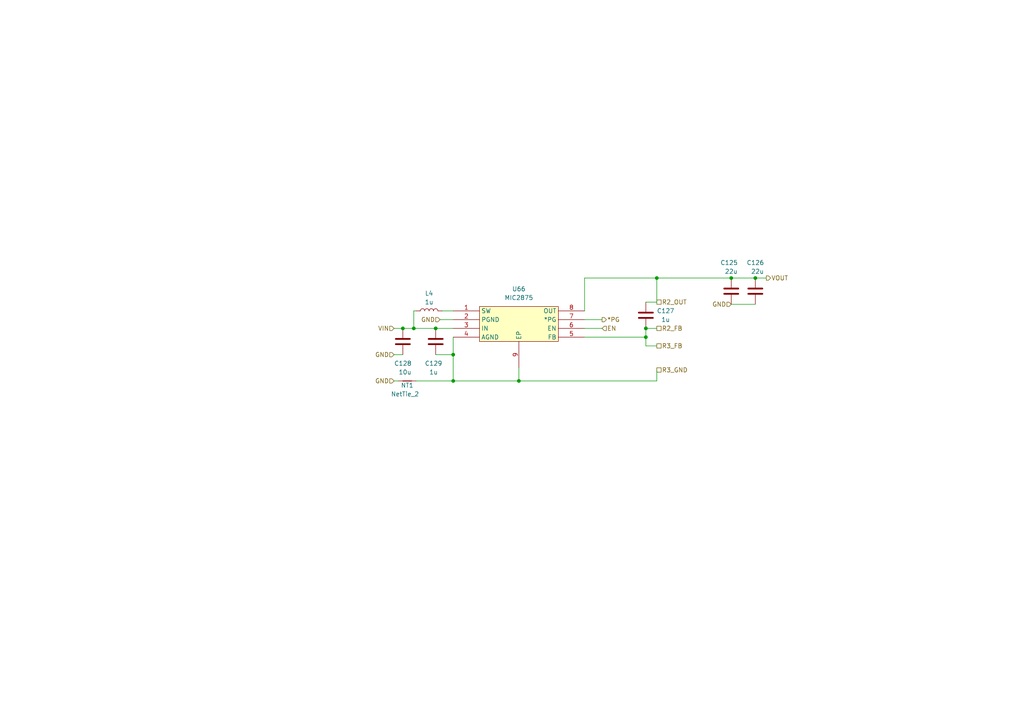
<source format=kicad_sch>
(kicad_sch (version 20231120) (generator "eeschema") (generator_version "8.0")
  (paper "A4")
  (lib_symbols
    (symbol "Device:C" (pin_numbers hide) (pin_names (offset 0.254))
      (property "Reference" "C" (at 0.635 2.54 0))
      (property "Value" "C" (at 0.635 -2.54 0))
      (symbol "C_0_1"
        (polyline (pts (xy -2.032 -0.762) (xy 2.032 -0.762)) (stroke (width 0.508)))
        (polyline (pts (xy -2.032 0.762) (xy 2.032 0.762)) (stroke (width 0.508)))
      )
      (symbol "C_1_1"
        (pin passive line (at 0 3.81 270) (length 2.794) (name "~") (number "1"))
        (pin passive line (at 0 -3.81 90) (length 2.794) (name "~") (number "2"))
      )
    )
    (symbol "Device:L" (pin_numbers hide) (pin_names (offset 1.016) hide)
      (property "Reference" "L" (at -1.27 0 90))
      (property "Value" "L" (at 1.905 0 90))
      (symbol "L_0_1"
        (arc (start 0 -2.54) (mid 0.6323 -1.905) (end 0 -1.27))
        (arc (start 0 -1.27) (mid 0.6323 -0.635) (end 0 0))
        (arc (start 0 0) (mid 0.6323 0.635) (end 0 1.27))
        (arc (start 0 1.27) (mid 0.6323 1.905) (end 0 2.54))
      )
      (symbol "L_1_1"
        (pin passive line (at 0 3.81 270) (length 1.27) (name "1") (number "1"))
        (pin passive line (at 0 -3.81 90) (length 1.27) (name "2") (number "2"))
      )
    )
    (symbol "Device:NetTie_2" (pin_numbers hide) (pin_names (offset 0) hide) (in_bom no)
      (property "Reference" "NT" (at 0 1.27 0))
      (property "Value" "NetTie_2" (at 0 -1.27 0))
      (symbol "NetTie_2_0_1"
        (polyline (pts (xy -1.27 0) (xy 1.27 0)) (stroke (width 0.254)))
      )
      (symbol "NetTie_2_1_1"
        (pin passive line (at -2.54 0 0) (length 2.54) (name "1") (number "1"))
        (pin passive line (at 2.54 0 180) (length 2.54) (name "2") (number "2"))
      )
    )
    (symbol "Project:MIC2876_ADJ"
      (property "Reference" "U" (at 8.128 -0.254 0))
      (symbol "MIC2876_ADJ_1_1"
        (rectangle (start -3.81 5.08) (end 19.05 -5.08) (fill (type background)))
        (pin passive line (at -11.43 3.81 0) (length 7.62) (name "SW") (number "1"))
        (pin power_in line (at -11.43 1.27 0) (length 7.62) (name "PGND") (number "2"))
        (pin power_in line (at -11.43 -1.27 0) (length 7.62) (name "IN") (number "3"))
        (pin power_in line (at -11.43 -3.81 0) (length 7.62) (name "AGND") (number "4"))
        (pin passive line (at 26.67 -3.81 180) (length 7.62) (name "FB") (number "5"))
        (pin passive line (at 26.67 -1.27 180) (length 7.62) (name "EN") (number "6"))
        (pin output line (at 26.67 1.27 180) (length 7.62) (name "*PG") (number "7"))
        (pin power_out line (at 26.67 3.81 180) (length 7.62) (name "OUT") (number "8"))
        (pin passive line (at 7.62 -12.7 90) (length 7.62) (name "EP") (number "9"))
      )
    )
  )
  (junction (at 126.365 95.25))
  (junction (at 212.09 80.645))
  (junction (at 190.5 80.645))
  (junction (at 187.325 95.25))
  (junction (at 187.325 97.79))
  (junction (at 150.495 110.49))
  (junction (at 131.445 110.49))
  (junction (at 219.075 80.645))
  (junction (at 131.445 102.87))
  (junction (at 116.84 95.25))
  (junction (at 120.015 95.25))
  (wire (pts (xy 127.635 92.71) (xy 131.445 92.71)))
  (wire (pts (xy 169.545 80.645) (xy 169.545 90.17)))
  (wire (pts (xy 190.5 87.63) (xy 190.5 80.645)))
  (wire (pts (xy 128.27 90.17) (xy 131.445 90.17)))
  (wire (pts (xy 114.3 102.87) (xy 116.84 102.87)))
  (wire (pts (xy 187.325 95.25) (xy 190.5 95.25)))
  (wire (pts (xy 169.545 92.71) (xy 174.625 92.71)))
  (wire (pts (xy 116.84 95.25) (xy 120.015 95.25)))
  (wire (pts (xy 219.075 80.645) (xy 212.09 80.645)))
  (wire (pts (xy 187.325 97.79) (xy 187.325 95.25)))
  (wire (pts (xy 131.445 110.49) (xy 150.495 110.49)))
  (wire (pts (xy 120.65 110.49) (xy 131.445 110.49)))
  (wire (pts (xy 114.3 95.25) (xy 116.84 95.25)))
  (wire (pts (xy 222.25 80.645) (xy 219.075 80.645)))
  (wire (pts (xy 120.015 95.25) (xy 120.015 90.17)))
  (wire (pts (xy 131.445 102.87) (xy 131.445 110.49)))
  (wire (pts (xy 150.495 110.49) (xy 190.5 110.49)))
  (wire (pts (xy 150.495 106.68) (xy 150.495 110.49)))
  (wire (pts (xy 190.5 80.645) (xy 169.545 80.645)))
  (wire (pts (xy 120.015 90.17) (xy 120.65 90.17)))
  (wire (pts (xy 187.325 100.33) (xy 190.5 100.33)))
  (wire (pts (xy 114.3 110.49) (xy 115.57 110.49)))
  (wire (pts (xy 126.365 102.87) (xy 131.445 102.87)))
  (wire (pts (xy 187.325 87.63) (xy 190.5 87.63)))
  (wire (pts (xy 190.5 107.315) (xy 190.5 110.49)))
  (wire (pts (xy 174.625 95.25) (xy 169.545 95.25)))
  (wire (pts (xy 169.545 97.79) (xy 187.325 97.79)))
  (wire (pts (xy 131.445 97.79) (xy 131.445 102.87)))
  (wire (pts (xy 120.015 95.25) (xy 126.365 95.25)))
  (wire (pts (xy 126.365 95.25) (xy 131.445 95.25)))
  (wire (pts (xy 212.09 88.265) (xy 219.075 88.265)))
  (wire (pts (xy 187.325 97.79) (xy 187.325 100.33)))
  (wire (pts (xy 212.09 80.645) (xy 190.5 80.645)))
  (hierarchical_label "GND" (shape input) (at 127.635 92.71 180))
  (hierarchical_label "R2_OUT" (shape passive) (at 190.5 87.63 0))
  (hierarchical_label "VOUT" (shape output) (at 222.25 80.645 0))
  (hierarchical_label "*PG" (shape output) (at 174.625 92.71 0))
  (hierarchical_label "GND" (shape input) (at 114.3 110.49 180))
  (hierarchical_label "R3_GND" (shape passive) (at 190.5 107.315 0))
  (hierarchical_label "EN" (shape input) (at 174.625 95.25 0))
  (hierarchical_label "GND" (shape input) (at 212.09 88.265 180))
  (hierarchical_label "R3_FB" (shape passive) (at 190.5 100.33 0))
  (hierarchical_label "GND" (shape input) (at 114.3 102.87 180))
  (hierarchical_label "VIN" (shape input) (at 114.3 95.25 180))
  (hierarchical_label "R2_FB" (shape passive) (at 190.5 95.25 0))
  (symbol (lib_id "Device:C") (at 187.325 91.44 0) (unit 1)
    (property "Reference" "C127" (at 190.5 90.17 0) (effects (justify left)))
    (property "Value" "1u" (at 191.77 92.71 0) (effects (justify left)))
    (property "Footprint" "Capacitor_SMD:C_0603_1608Metric_Pad1.08x0.95mm_HandSolder" (effects (hide yes)))
    (property "Description" "Unpolarized capacitor" (effects (hide yes)))
  )
  (symbol (lib_id "Device:NetTie_2") (at 118.11 110.49 0) (unit 1) (in_bom no)
    (property "Reference" "NT1" (at 118.11 111.76 0))
    (property "Value" "NetTie_2" (at 117.475 114.3 0))
    (property "Footprint" "Project:NetTie-2_SMD_Pad0.3mm" (effects (hide yes)))
    (property "Description" "Net tie, 2 pins" (effects (hide yes)))
  )
  (symbol (lib_id "Device:C") (at 219.075 84.455 0) (unit 1)
    (property "Reference" "C126" (at 216.535 76.2 0) (effects (justify left)))
    (property "Value" "22u" (at 217.805 78.74 0) (effects (justify left)))
    (property "Footprint" "Capacitor_SMD:C_0805_2012Metric_Pad1.18x1.45mm_HandSolder" (effects (hide yes)))
    (property "Description" "Unpolarized capacitor" (effects (hide yes)))
  )
  (symbol (lib_id "Device:C") (at 116.84 99.06 0) (unit 1)
    (property "Reference" "C128" (at 114.3 105.41 0) (effects (justify left)))
    (property "Value" "10u" (at 115.57 107.95 0) (effects (justify left)))
    (property "Footprint" "Capacitor_SMD:C_0603_1608Metric_Pad1.08x0.95mm_HandSolder" (effects (hide yes)))
    (property "Description" "Unpolarized capacitor" (effects (hide yes)))
  )
  (symbol (lib_id "Device:C") (at 126.365 99.06 0) (unit 1)
    (property "Reference" "C129" (at 123.19 105.41 0) (effects (justify left)))
    (property "Value" "1u" (at 124.46 107.95 0) (effects (justify left)))
    (property "Footprint" "Capacitor_SMD:C_0603_1608Metric_Pad1.08x0.95mm_HandSolder" (effects (hide yes)))
    (property "Description" "Unpolarized capacitor" (effects (hide yes)))
  )
  (symbol (lib_id "Project:MIC2876_ADJ") (at 142.875 93.98 0) (unit 1)
    (property "Reference" "U66" (at 150.495 83.82 0))
    (property "Value" "MIC2875" (at 150.495 86.36 0))
    (property "Footprint" "Project:TDFN22-8LD-PL-1_MCH" (effects (hide yes)))
  )
  (symbol (lib_id "Device:L") (at 124.46 90.17 90) (unit 1)
    (property "Reference" "L4" (at 124.46 85.09 90))
    (property "Value" "1u" (at 124.46 87.63 90))
    (property "Footprint" "Inductor_SMD:L_0805_2012Metric" (effects (hide yes)))
    (property "Description" "Inductor" (effects (hide yes)))
  )
  (symbol (lib_id "Device:C") (at 212.09 84.455 0) (unit 1)
    (property "Reference" "C125" (at 208.915 76.2 0) (effects (justify left)))
    (property "Value" "22u" (at 210.185 78.74 0) (effects (justify left)))
    (property "Footprint" "Capacitor_SMD:C_0805_2012Metric_Pad1.18x1.45mm_HandSolder" (effects (hide yes)))
    (property "Description" "Unpolarized capacitor" (effects (hide yes)))
  )
)
</source>
